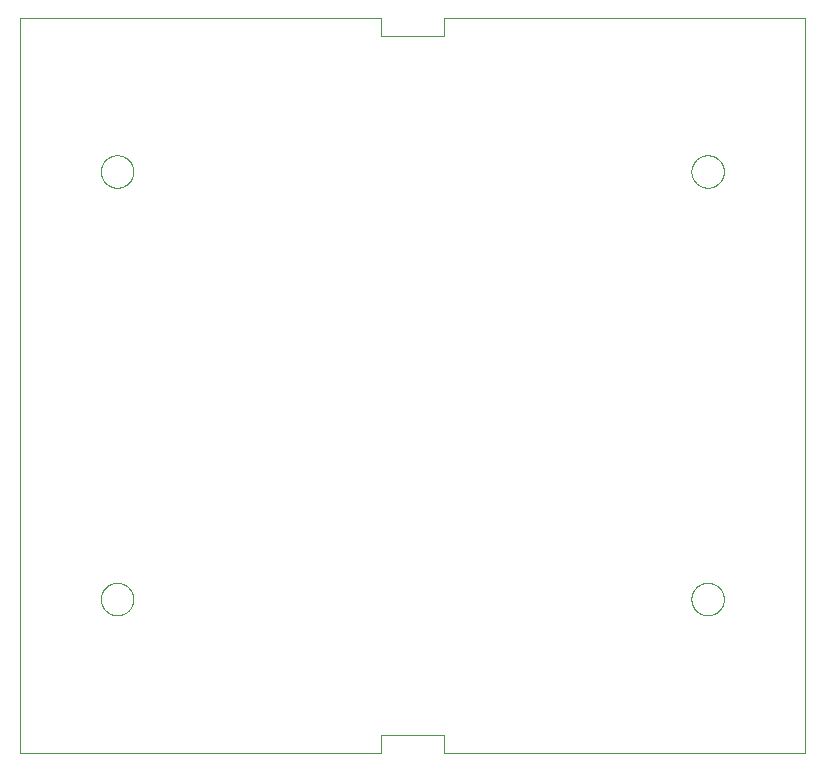
<source format=gtp>
G75*
%MOIN*%
%OFA0B0*%
%FSLAX25Y25*%
%IPPOS*%
%LPD*%
%AMOC8*
5,1,8,0,0,1.08239X$1,22.5*
%
%ADD10C,0.00000*%
D10*
X0001000Y0010394D02*
X0001000Y0255276D01*
X0121472Y0255276D01*
X0121472Y0249370D01*
X0142339Y0249370D01*
X0142339Y0255276D01*
X0262811Y0255276D01*
X0262811Y0010394D01*
X0142339Y0010394D01*
X0142339Y0016299D01*
X0121472Y0016299D01*
X0121472Y0010394D01*
X0001000Y0010394D01*
X0028067Y0061575D02*
X0028069Y0061722D01*
X0028075Y0061868D01*
X0028085Y0062014D01*
X0028099Y0062160D01*
X0028117Y0062306D01*
X0028138Y0062451D01*
X0028164Y0062595D01*
X0028194Y0062739D01*
X0028227Y0062881D01*
X0028264Y0063023D01*
X0028305Y0063164D01*
X0028350Y0063303D01*
X0028399Y0063442D01*
X0028451Y0063579D01*
X0028508Y0063714D01*
X0028567Y0063848D01*
X0028631Y0063980D01*
X0028698Y0064110D01*
X0028768Y0064239D01*
X0028842Y0064366D01*
X0028919Y0064490D01*
X0029000Y0064613D01*
X0029084Y0064733D01*
X0029171Y0064851D01*
X0029261Y0064966D01*
X0029354Y0065079D01*
X0029451Y0065190D01*
X0029550Y0065298D01*
X0029652Y0065403D01*
X0029757Y0065505D01*
X0029865Y0065604D01*
X0029976Y0065701D01*
X0030089Y0065794D01*
X0030204Y0065884D01*
X0030322Y0065971D01*
X0030442Y0066055D01*
X0030565Y0066136D01*
X0030689Y0066213D01*
X0030816Y0066287D01*
X0030945Y0066357D01*
X0031075Y0066424D01*
X0031207Y0066488D01*
X0031341Y0066547D01*
X0031476Y0066604D01*
X0031613Y0066656D01*
X0031752Y0066705D01*
X0031891Y0066750D01*
X0032032Y0066791D01*
X0032174Y0066828D01*
X0032316Y0066861D01*
X0032460Y0066891D01*
X0032604Y0066917D01*
X0032749Y0066938D01*
X0032895Y0066956D01*
X0033041Y0066970D01*
X0033187Y0066980D01*
X0033333Y0066986D01*
X0033480Y0066988D01*
X0033627Y0066986D01*
X0033773Y0066980D01*
X0033919Y0066970D01*
X0034065Y0066956D01*
X0034211Y0066938D01*
X0034356Y0066917D01*
X0034500Y0066891D01*
X0034644Y0066861D01*
X0034786Y0066828D01*
X0034928Y0066791D01*
X0035069Y0066750D01*
X0035208Y0066705D01*
X0035347Y0066656D01*
X0035484Y0066604D01*
X0035619Y0066547D01*
X0035753Y0066488D01*
X0035885Y0066424D01*
X0036015Y0066357D01*
X0036144Y0066287D01*
X0036271Y0066213D01*
X0036395Y0066136D01*
X0036518Y0066055D01*
X0036638Y0065971D01*
X0036756Y0065884D01*
X0036871Y0065794D01*
X0036984Y0065701D01*
X0037095Y0065604D01*
X0037203Y0065505D01*
X0037308Y0065403D01*
X0037410Y0065298D01*
X0037509Y0065190D01*
X0037606Y0065079D01*
X0037699Y0064966D01*
X0037789Y0064851D01*
X0037876Y0064733D01*
X0037960Y0064613D01*
X0038041Y0064490D01*
X0038118Y0064366D01*
X0038192Y0064239D01*
X0038262Y0064110D01*
X0038329Y0063980D01*
X0038393Y0063848D01*
X0038452Y0063714D01*
X0038509Y0063579D01*
X0038561Y0063442D01*
X0038610Y0063303D01*
X0038655Y0063164D01*
X0038696Y0063023D01*
X0038733Y0062881D01*
X0038766Y0062739D01*
X0038796Y0062595D01*
X0038822Y0062451D01*
X0038843Y0062306D01*
X0038861Y0062160D01*
X0038875Y0062014D01*
X0038885Y0061868D01*
X0038891Y0061722D01*
X0038893Y0061575D01*
X0038891Y0061428D01*
X0038885Y0061282D01*
X0038875Y0061136D01*
X0038861Y0060990D01*
X0038843Y0060844D01*
X0038822Y0060699D01*
X0038796Y0060555D01*
X0038766Y0060411D01*
X0038733Y0060269D01*
X0038696Y0060127D01*
X0038655Y0059986D01*
X0038610Y0059847D01*
X0038561Y0059708D01*
X0038509Y0059571D01*
X0038452Y0059436D01*
X0038393Y0059302D01*
X0038329Y0059170D01*
X0038262Y0059040D01*
X0038192Y0058911D01*
X0038118Y0058784D01*
X0038041Y0058660D01*
X0037960Y0058537D01*
X0037876Y0058417D01*
X0037789Y0058299D01*
X0037699Y0058184D01*
X0037606Y0058071D01*
X0037509Y0057960D01*
X0037410Y0057852D01*
X0037308Y0057747D01*
X0037203Y0057645D01*
X0037095Y0057546D01*
X0036984Y0057449D01*
X0036871Y0057356D01*
X0036756Y0057266D01*
X0036638Y0057179D01*
X0036518Y0057095D01*
X0036395Y0057014D01*
X0036271Y0056937D01*
X0036144Y0056863D01*
X0036015Y0056793D01*
X0035885Y0056726D01*
X0035753Y0056662D01*
X0035619Y0056603D01*
X0035484Y0056546D01*
X0035347Y0056494D01*
X0035208Y0056445D01*
X0035069Y0056400D01*
X0034928Y0056359D01*
X0034786Y0056322D01*
X0034644Y0056289D01*
X0034500Y0056259D01*
X0034356Y0056233D01*
X0034211Y0056212D01*
X0034065Y0056194D01*
X0033919Y0056180D01*
X0033773Y0056170D01*
X0033627Y0056164D01*
X0033480Y0056162D01*
X0033333Y0056164D01*
X0033187Y0056170D01*
X0033041Y0056180D01*
X0032895Y0056194D01*
X0032749Y0056212D01*
X0032604Y0056233D01*
X0032460Y0056259D01*
X0032316Y0056289D01*
X0032174Y0056322D01*
X0032032Y0056359D01*
X0031891Y0056400D01*
X0031752Y0056445D01*
X0031613Y0056494D01*
X0031476Y0056546D01*
X0031341Y0056603D01*
X0031207Y0056662D01*
X0031075Y0056726D01*
X0030945Y0056793D01*
X0030816Y0056863D01*
X0030689Y0056937D01*
X0030565Y0057014D01*
X0030442Y0057095D01*
X0030322Y0057179D01*
X0030204Y0057266D01*
X0030089Y0057356D01*
X0029976Y0057449D01*
X0029865Y0057546D01*
X0029757Y0057645D01*
X0029652Y0057747D01*
X0029550Y0057852D01*
X0029451Y0057960D01*
X0029354Y0058071D01*
X0029261Y0058184D01*
X0029171Y0058299D01*
X0029084Y0058417D01*
X0029000Y0058537D01*
X0028919Y0058660D01*
X0028842Y0058784D01*
X0028768Y0058911D01*
X0028698Y0059040D01*
X0028631Y0059170D01*
X0028567Y0059302D01*
X0028508Y0059436D01*
X0028451Y0059571D01*
X0028399Y0059708D01*
X0028350Y0059847D01*
X0028305Y0059986D01*
X0028264Y0060127D01*
X0028227Y0060269D01*
X0028194Y0060411D01*
X0028164Y0060555D01*
X0028138Y0060699D01*
X0028117Y0060844D01*
X0028099Y0060990D01*
X0028085Y0061136D01*
X0028075Y0061282D01*
X0028069Y0061428D01*
X0028067Y0061575D01*
X0028067Y0204094D02*
X0028069Y0204241D01*
X0028075Y0204387D01*
X0028085Y0204533D01*
X0028099Y0204679D01*
X0028117Y0204825D01*
X0028138Y0204970D01*
X0028164Y0205114D01*
X0028194Y0205258D01*
X0028227Y0205400D01*
X0028264Y0205542D01*
X0028305Y0205683D01*
X0028350Y0205822D01*
X0028399Y0205961D01*
X0028451Y0206098D01*
X0028508Y0206233D01*
X0028567Y0206367D01*
X0028631Y0206499D01*
X0028698Y0206629D01*
X0028768Y0206758D01*
X0028842Y0206885D01*
X0028919Y0207009D01*
X0029000Y0207132D01*
X0029084Y0207252D01*
X0029171Y0207370D01*
X0029261Y0207485D01*
X0029354Y0207598D01*
X0029451Y0207709D01*
X0029550Y0207817D01*
X0029652Y0207922D01*
X0029757Y0208024D01*
X0029865Y0208123D01*
X0029976Y0208220D01*
X0030089Y0208313D01*
X0030204Y0208403D01*
X0030322Y0208490D01*
X0030442Y0208574D01*
X0030565Y0208655D01*
X0030689Y0208732D01*
X0030816Y0208806D01*
X0030945Y0208876D01*
X0031075Y0208943D01*
X0031207Y0209007D01*
X0031341Y0209066D01*
X0031476Y0209123D01*
X0031613Y0209175D01*
X0031752Y0209224D01*
X0031891Y0209269D01*
X0032032Y0209310D01*
X0032174Y0209347D01*
X0032316Y0209380D01*
X0032460Y0209410D01*
X0032604Y0209436D01*
X0032749Y0209457D01*
X0032895Y0209475D01*
X0033041Y0209489D01*
X0033187Y0209499D01*
X0033333Y0209505D01*
X0033480Y0209507D01*
X0033627Y0209505D01*
X0033773Y0209499D01*
X0033919Y0209489D01*
X0034065Y0209475D01*
X0034211Y0209457D01*
X0034356Y0209436D01*
X0034500Y0209410D01*
X0034644Y0209380D01*
X0034786Y0209347D01*
X0034928Y0209310D01*
X0035069Y0209269D01*
X0035208Y0209224D01*
X0035347Y0209175D01*
X0035484Y0209123D01*
X0035619Y0209066D01*
X0035753Y0209007D01*
X0035885Y0208943D01*
X0036015Y0208876D01*
X0036144Y0208806D01*
X0036271Y0208732D01*
X0036395Y0208655D01*
X0036518Y0208574D01*
X0036638Y0208490D01*
X0036756Y0208403D01*
X0036871Y0208313D01*
X0036984Y0208220D01*
X0037095Y0208123D01*
X0037203Y0208024D01*
X0037308Y0207922D01*
X0037410Y0207817D01*
X0037509Y0207709D01*
X0037606Y0207598D01*
X0037699Y0207485D01*
X0037789Y0207370D01*
X0037876Y0207252D01*
X0037960Y0207132D01*
X0038041Y0207009D01*
X0038118Y0206885D01*
X0038192Y0206758D01*
X0038262Y0206629D01*
X0038329Y0206499D01*
X0038393Y0206367D01*
X0038452Y0206233D01*
X0038509Y0206098D01*
X0038561Y0205961D01*
X0038610Y0205822D01*
X0038655Y0205683D01*
X0038696Y0205542D01*
X0038733Y0205400D01*
X0038766Y0205258D01*
X0038796Y0205114D01*
X0038822Y0204970D01*
X0038843Y0204825D01*
X0038861Y0204679D01*
X0038875Y0204533D01*
X0038885Y0204387D01*
X0038891Y0204241D01*
X0038893Y0204094D01*
X0038891Y0203947D01*
X0038885Y0203801D01*
X0038875Y0203655D01*
X0038861Y0203509D01*
X0038843Y0203363D01*
X0038822Y0203218D01*
X0038796Y0203074D01*
X0038766Y0202930D01*
X0038733Y0202788D01*
X0038696Y0202646D01*
X0038655Y0202505D01*
X0038610Y0202366D01*
X0038561Y0202227D01*
X0038509Y0202090D01*
X0038452Y0201955D01*
X0038393Y0201821D01*
X0038329Y0201689D01*
X0038262Y0201559D01*
X0038192Y0201430D01*
X0038118Y0201303D01*
X0038041Y0201179D01*
X0037960Y0201056D01*
X0037876Y0200936D01*
X0037789Y0200818D01*
X0037699Y0200703D01*
X0037606Y0200590D01*
X0037509Y0200479D01*
X0037410Y0200371D01*
X0037308Y0200266D01*
X0037203Y0200164D01*
X0037095Y0200065D01*
X0036984Y0199968D01*
X0036871Y0199875D01*
X0036756Y0199785D01*
X0036638Y0199698D01*
X0036518Y0199614D01*
X0036395Y0199533D01*
X0036271Y0199456D01*
X0036144Y0199382D01*
X0036015Y0199312D01*
X0035885Y0199245D01*
X0035753Y0199181D01*
X0035619Y0199122D01*
X0035484Y0199065D01*
X0035347Y0199013D01*
X0035208Y0198964D01*
X0035069Y0198919D01*
X0034928Y0198878D01*
X0034786Y0198841D01*
X0034644Y0198808D01*
X0034500Y0198778D01*
X0034356Y0198752D01*
X0034211Y0198731D01*
X0034065Y0198713D01*
X0033919Y0198699D01*
X0033773Y0198689D01*
X0033627Y0198683D01*
X0033480Y0198681D01*
X0033333Y0198683D01*
X0033187Y0198689D01*
X0033041Y0198699D01*
X0032895Y0198713D01*
X0032749Y0198731D01*
X0032604Y0198752D01*
X0032460Y0198778D01*
X0032316Y0198808D01*
X0032174Y0198841D01*
X0032032Y0198878D01*
X0031891Y0198919D01*
X0031752Y0198964D01*
X0031613Y0199013D01*
X0031476Y0199065D01*
X0031341Y0199122D01*
X0031207Y0199181D01*
X0031075Y0199245D01*
X0030945Y0199312D01*
X0030816Y0199382D01*
X0030689Y0199456D01*
X0030565Y0199533D01*
X0030442Y0199614D01*
X0030322Y0199698D01*
X0030204Y0199785D01*
X0030089Y0199875D01*
X0029976Y0199968D01*
X0029865Y0200065D01*
X0029757Y0200164D01*
X0029652Y0200266D01*
X0029550Y0200371D01*
X0029451Y0200479D01*
X0029354Y0200590D01*
X0029261Y0200703D01*
X0029171Y0200818D01*
X0029084Y0200936D01*
X0029000Y0201056D01*
X0028919Y0201179D01*
X0028842Y0201303D01*
X0028768Y0201430D01*
X0028698Y0201559D01*
X0028631Y0201689D01*
X0028567Y0201821D01*
X0028508Y0201955D01*
X0028451Y0202090D01*
X0028399Y0202227D01*
X0028350Y0202366D01*
X0028305Y0202505D01*
X0028264Y0202646D01*
X0028227Y0202788D01*
X0028194Y0202930D01*
X0028164Y0203074D01*
X0028138Y0203218D01*
X0028117Y0203363D01*
X0028099Y0203509D01*
X0028085Y0203655D01*
X0028075Y0203801D01*
X0028069Y0203947D01*
X0028067Y0204094D01*
X0224918Y0204094D02*
X0224920Y0204241D01*
X0224926Y0204387D01*
X0224936Y0204533D01*
X0224950Y0204679D01*
X0224968Y0204825D01*
X0224989Y0204970D01*
X0225015Y0205114D01*
X0225045Y0205258D01*
X0225078Y0205400D01*
X0225115Y0205542D01*
X0225156Y0205683D01*
X0225201Y0205822D01*
X0225250Y0205961D01*
X0225302Y0206098D01*
X0225359Y0206233D01*
X0225418Y0206367D01*
X0225482Y0206499D01*
X0225549Y0206629D01*
X0225619Y0206758D01*
X0225693Y0206885D01*
X0225770Y0207009D01*
X0225851Y0207132D01*
X0225935Y0207252D01*
X0226022Y0207370D01*
X0226112Y0207485D01*
X0226205Y0207598D01*
X0226302Y0207709D01*
X0226401Y0207817D01*
X0226503Y0207922D01*
X0226608Y0208024D01*
X0226716Y0208123D01*
X0226827Y0208220D01*
X0226940Y0208313D01*
X0227055Y0208403D01*
X0227173Y0208490D01*
X0227293Y0208574D01*
X0227416Y0208655D01*
X0227540Y0208732D01*
X0227667Y0208806D01*
X0227796Y0208876D01*
X0227926Y0208943D01*
X0228058Y0209007D01*
X0228192Y0209066D01*
X0228327Y0209123D01*
X0228464Y0209175D01*
X0228603Y0209224D01*
X0228742Y0209269D01*
X0228883Y0209310D01*
X0229025Y0209347D01*
X0229167Y0209380D01*
X0229311Y0209410D01*
X0229455Y0209436D01*
X0229600Y0209457D01*
X0229746Y0209475D01*
X0229892Y0209489D01*
X0230038Y0209499D01*
X0230184Y0209505D01*
X0230331Y0209507D01*
X0230478Y0209505D01*
X0230624Y0209499D01*
X0230770Y0209489D01*
X0230916Y0209475D01*
X0231062Y0209457D01*
X0231207Y0209436D01*
X0231351Y0209410D01*
X0231495Y0209380D01*
X0231637Y0209347D01*
X0231779Y0209310D01*
X0231920Y0209269D01*
X0232059Y0209224D01*
X0232198Y0209175D01*
X0232335Y0209123D01*
X0232470Y0209066D01*
X0232604Y0209007D01*
X0232736Y0208943D01*
X0232866Y0208876D01*
X0232995Y0208806D01*
X0233122Y0208732D01*
X0233246Y0208655D01*
X0233369Y0208574D01*
X0233489Y0208490D01*
X0233607Y0208403D01*
X0233722Y0208313D01*
X0233835Y0208220D01*
X0233946Y0208123D01*
X0234054Y0208024D01*
X0234159Y0207922D01*
X0234261Y0207817D01*
X0234360Y0207709D01*
X0234457Y0207598D01*
X0234550Y0207485D01*
X0234640Y0207370D01*
X0234727Y0207252D01*
X0234811Y0207132D01*
X0234892Y0207009D01*
X0234969Y0206885D01*
X0235043Y0206758D01*
X0235113Y0206629D01*
X0235180Y0206499D01*
X0235244Y0206367D01*
X0235303Y0206233D01*
X0235360Y0206098D01*
X0235412Y0205961D01*
X0235461Y0205822D01*
X0235506Y0205683D01*
X0235547Y0205542D01*
X0235584Y0205400D01*
X0235617Y0205258D01*
X0235647Y0205114D01*
X0235673Y0204970D01*
X0235694Y0204825D01*
X0235712Y0204679D01*
X0235726Y0204533D01*
X0235736Y0204387D01*
X0235742Y0204241D01*
X0235744Y0204094D01*
X0235742Y0203947D01*
X0235736Y0203801D01*
X0235726Y0203655D01*
X0235712Y0203509D01*
X0235694Y0203363D01*
X0235673Y0203218D01*
X0235647Y0203074D01*
X0235617Y0202930D01*
X0235584Y0202788D01*
X0235547Y0202646D01*
X0235506Y0202505D01*
X0235461Y0202366D01*
X0235412Y0202227D01*
X0235360Y0202090D01*
X0235303Y0201955D01*
X0235244Y0201821D01*
X0235180Y0201689D01*
X0235113Y0201559D01*
X0235043Y0201430D01*
X0234969Y0201303D01*
X0234892Y0201179D01*
X0234811Y0201056D01*
X0234727Y0200936D01*
X0234640Y0200818D01*
X0234550Y0200703D01*
X0234457Y0200590D01*
X0234360Y0200479D01*
X0234261Y0200371D01*
X0234159Y0200266D01*
X0234054Y0200164D01*
X0233946Y0200065D01*
X0233835Y0199968D01*
X0233722Y0199875D01*
X0233607Y0199785D01*
X0233489Y0199698D01*
X0233369Y0199614D01*
X0233246Y0199533D01*
X0233122Y0199456D01*
X0232995Y0199382D01*
X0232866Y0199312D01*
X0232736Y0199245D01*
X0232604Y0199181D01*
X0232470Y0199122D01*
X0232335Y0199065D01*
X0232198Y0199013D01*
X0232059Y0198964D01*
X0231920Y0198919D01*
X0231779Y0198878D01*
X0231637Y0198841D01*
X0231495Y0198808D01*
X0231351Y0198778D01*
X0231207Y0198752D01*
X0231062Y0198731D01*
X0230916Y0198713D01*
X0230770Y0198699D01*
X0230624Y0198689D01*
X0230478Y0198683D01*
X0230331Y0198681D01*
X0230184Y0198683D01*
X0230038Y0198689D01*
X0229892Y0198699D01*
X0229746Y0198713D01*
X0229600Y0198731D01*
X0229455Y0198752D01*
X0229311Y0198778D01*
X0229167Y0198808D01*
X0229025Y0198841D01*
X0228883Y0198878D01*
X0228742Y0198919D01*
X0228603Y0198964D01*
X0228464Y0199013D01*
X0228327Y0199065D01*
X0228192Y0199122D01*
X0228058Y0199181D01*
X0227926Y0199245D01*
X0227796Y0199312D01*
X0227667Y0199382D01*
X0227540Y0199456D01*
X0227416Y0199533D01*
X0227293Y0199614D01*
X0227173Y0199698D01*
X0227055Y0199785D01*
X0226940Y0199875D01*
X0226827Y0199968D01*
X0226716Y0200065D01*
X0226608Y0200164D01*
X0226503Y0200266D01*
X0226401Y0200371D01*
X0226302Y0200479D01*
X0226205Y0200590D01*
X0226112Y0200703D01*
X0226022Y0200818D01*
X0225935Y0200936D01*
X0225851Y0201056D01*
X0225770Y0201179D01*
X0225693Y0201303D01*
X0225619Y0201430D01*
X0225549Y0201559D01*
X0225482Y0201689D01*
X0225418Y0201821D01*
X0225359Y0201955D01*
X0225302Y0202090D01*
X0225250Y0202227D01*
X0225201Y0202366D01*
X0225156Y0202505D01*
X0225115Y0202646D01*
X0225078Y0202788D01*
X0225045Y0202930D01*
X0225015Y0203074D01*
X0224989Y0203218D01*
X0224968Y0203363D01*
X0224950Y0203509D01*
X0224936Y0203655D01*
X0224926Y0203801D01*
X0224920Y0203947D01*
X0224918Y0204094D01*
X0224918Y0061575D02*
X0224920Y0061722D01*
X0224926Y0061868D01*
X0224936Y0062014D01*
X0224950Y0062160D01*
X0224968Y0062306D01*
X0224989Y0062451D01*
X0225015Y0062595D01*
X0225045Y0062739D01*
X0225078Y0062881D01*
X0225115Y0063023D01*
X0225156Y0063164D01*
X0225201Y0063303D01*
X0225250Y0063442D01*
X0225302Y0063579D01*
X0225359Y0063714D01*
X0225418Y0063848D01*
X0225482Y0063980D01*
X0225549Y0064110D01*
X0225619Y0064239D01*
X0225693Y0064366D01*
X0225770Y0064490D01*
X0225851Y0064613D01*
X0225935Y0064733D01*
X0226022Y0064851D01*
X0226112Y0064966D01*
X0226205Y0065079D01*
X0226302Y0065190D01*
X0226401Y0065298D01*
X0226503Y0065403D01*
X0226608Y0065505D01*
X0226716Y0065604D01*
X0226827Y0065701D01*
X0226940Y0065794D01*
X0227055Y0065884D01*
X0227173Y0065971D01*
X0227293Y0066055D01*
X0227416Y0066136D01*
X0227540Y0066213D01*
X0227667Y0066287D01*
X0227796Y0066357D01*
X0227926Y0066424D01*
X0228058Y0066488D01*
X0228192Y0066547D01*
X0228327Y0066604D01*
X0228464Y0066656D01*
X0228603Y0066705D01*
X0228742Y0066750D01*
X0228883Y0066791D01*
X0229025Y0066828D01*
X0229167Y0066861D01*
X0229311Y0066891D01*
X0229455Y0066917D01*
X0229600Y0066938D01*
X0229746Y0066956D01*
X0229892Y0066970D01*
X0230038Y0066980D01*
X0230184Y0066986D01*
X0230331Y0066988D01*
X0230478Y0066986D01*
X0230624Y0066980D01*
X0230770Y0066970D01*
X0230916Y0066956D01*
X0231062Y0066938D01*
X0231207Y0066917D01*
X0231351Y0066891D01*
X0231495Y0066861D01*
X0231637Y0066828D01*
X0231779Y0066791D01*
X0231920Y0066750D01*
X0232059Y0066705D01*
X0232198Y0066656D01*
X0232335Y0066604D01*
X0232470Y0066547D01*
X0232604Y0066488D01*
X0232736Y0066424D01*
X0232866Y0066357D01*
X0232995Y0066287D01*
X0233122Y0066213D01*
X0233246Y0066136D01*
X0233369Y0066055D01*
X0233489Y0065971D01*
X0233607Y0065884D01*
X0233722Y0065794D01*
X0233835Y0065701D01*
X0233946Y0065604D01*
X0234054Y0065505D01*
X0234159Y0065403D01*
X0234261Y0065298D01*
X0234360Y0065190D01*
X0234457Y0065079D01*
X0234550Y0064966D01*
X0234640Y0064851D01*
X0234727Y0064733D01*
X0234811Y0064613D01*
X0234892Y0064490D01*
X0234969Y0064366D01*
X0235043Y0064239D01*
X0235113Y0064110D01*
X0235180Y0063980D01*
X0235244Y0063848D01*
X0235303Y0063714D01*
X0235360Y0063579D01*
X0235412Y0063442D01*
X0235461Y0063303D01*
X0235506Y0063164D01*
X0235547Y0063023D01*
X0235584Y0062881D01*
X0235617Y0062739D01*
X0235647Y0062595D01*
X0235673Y0062451D01*
X0235694Y0062306D01*
X0235712Y0062160D01*
X0235726Y0062014D01*
X0235736Y0061868D01*
X0235742Y0061722D01*
X0235744Y0061575D01*
X0235742Y0061428D01*
X0235736Y0061282D01*
X0235726Y0061136D01*
X0235712Y0060990D01*
X0235694Y0060844D01*
X0235673Y0060699D01*
X0235647Y0060555D01*
X0235617Y0060411D01*
X0235584Y0060269D01*
X0235547Y0060127D01*
X0235506Y0059986D01*
X0235461Y0059847D01*
X0235412Y0059708D01*
X0235360Y0059571D01*
X0235303Y0059436D01*
X0235244Y0059302D01*
X0235180Y0059170D01*
X0235113Y0059040D01*
X0235043Y0058911D01*
X0234969Y0058784D01*
X0234892Y0058660D01*
X0234811Y0058537D01*
X0234727Y0058417D01*
X0234640Y0058299D01*
X0234550Y0058184D01*
X0234457Y0058071D01*
X0234360Y0057960D01*
X0234261Y0057852D01*
X0234159Y0057747D01*
X0234054Y0057645D01*
X0233946Y0057546D01*
X0233835Y0057449D01*
X0233722Y0057356D01*
X0233607Y0057266D01*
X0233489Y0057179D01*
X0233369Y0057095D01*
X0233246Y0057014D01*
X0233122Y0056937D01*
X0232995Y0056863D01*
X0232866Y0056793D01*
X0232736Y0056726D01*
X0232604Y0056662D01*
X0232470Y0056603D01*
X0232335Y0056546D01*
X0232198Y0056494D01*
X0232059Y0056445D01*
X0231920Y0056400D01*
X0231779Y0056359D01*
X0231637Y0056322D01*
X0231495Y0056289D01*
X0231351Y0056259D01*
X0231207Y0056233D01*
X0231062Y0056212D01*
X0230916Y0056194D01*
X0230770Y0056180D01*
X0230624Y0056170D01*
X0230478Y0056164D01*
X0230331Y0056162D01*
X0230184Y0056164D01*
X0230038Y0056170D01*
X0229892Y0056180D01*
X0229746Y0056194D01*
X0229600Y0056212D01*
X0229455Y0056233D01*
X0229311Y0056259D01*
X0229167Y0056289D01*
X0229025Y0056322D01*
X0228883Y0056359D01*
X0228742Y0056400D01*
X0228603Y0056445D01*
X0228464Y0056494D01*
X0228327Y0056546D01*
X0228192Y0056603D01*
X0228058Y0056662D01*
X0227926Y0056726D01*
X0227796Y0056793D01*
X0227667Y0056863D01*
X0227540Y0056937D01*
X0227416Y0057014D01*
X0227293Y0057095D01*
X0227173Y0057179D01*
X0227055Y0057266D01*
X0226940Y0057356D01*
X0226827Y0057449D01*
X0226716Y0057546D01*
X0226608Y0057645D01*
X0226503Y0057747D01*
X0226401Y0057852D01*
X0226302Y0057960D01*
X0226205Y0058071D01*
X0226112Y0058184D01*
X0226022Y0058299D01*
X0225935Y0058417D01*
X0225851Y0058537D01*
X0225770Y0058660D01*
X0225693Y0058784D01*
X0225619Y0058911D01*
X0225549Y0059040D01*
X0225482Y0059170D01*
X0225418Y0059302D01*
X0225359Y0059436D01*
X0225302Y0059571D01*
X0225250Y0059708D01*
X0225201Y0059847D01*
X0225156Y0059986D01*
X0225115Y0060127D01*
X0225078Y0060269D01*
X0225045Y0060411D01*
X0225015Y0060555D01*
X0224989Y0060699D01*
X0224968Y0060844D01*
X0224950Y0060990D01*
X0224936Y0061136D01*
X0224926Y0061282D01*
X0224920Y0061428D01*
X0224918Y0061575D01*
M02*

</source>
